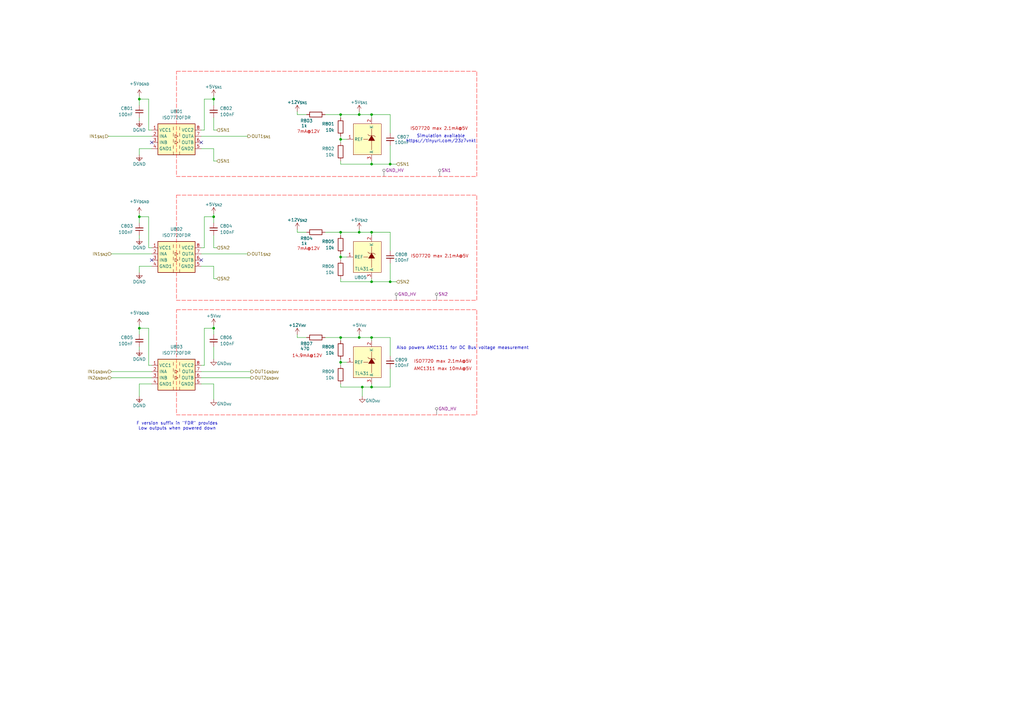
<source format=kicad_sch>
(kicad_sch (version 20250114) (generator "eeschema") (generator_version "9.0")
  (paper "A3")
  (lib_symbols
    (symbol "Device:C_Small" (pin_numbers (hide yes)) (pin_names (offset 0.254) (hide yes))
      (property "Reference" "C" (at 0.254 1.778 0))
      (property "Value" "C_Small" (at 0.254 -2.032 0))
      (symbol "C_Small_0_1"
        (polyline (pts (xy -1.524 0.508) (xy 1.524 0.508)) (stroke (width 0.3048)))
        (polyline (pts (xy -1.524 -0.508) (xy 1.524 -0.508)) (stroke (width 0.3302)))
      )
      (symbol "C_Small_1_1"
        (pin passive line (at 0 2.54 270) (length 2.032) (name "~") (number "1"))
        (pin passive line (at 0 -2.54 90) (length 2.032) (name "~") (number "2"))
      )
    )
    (symbol "Device:R" (pin_numbers (hide yes)) (pin_names (offset 0))
      (property "Reference" "R" (at 2.032 0 90))
      (property "Value" "R" (at 0 0 90))
      (symbol "R_0_1"
        (rectangle (start -1.016 -2.54) (end 1.016 2.54) (stroke (width 0.254)))
      )
      (symbol "R_1_1"
        (pin passive line (at 0 3.81 270) (length 1.27) (name "~") (number "1"))
        (pin passive line (at 0 -3.81 90) (length 1.27) (name "~") (number "2"))
      )
    )
    (symbol "GND_1" (power) (pin_numbers (hide yes)) (pin_names (offset 0) (hide yes))
      (property "Value" "GND" (at 0 -3.81 0))
      (symbol "GND_1_0_1"
        (polyline (pts (xy 0 0) (xy 0 -1.27) (xy 1.27 -1.27) (xy 0 -2.54) (xy -1.27 -1.27) (xy 0 -1.27)))
      )
      (symbol "GND_1_1_1"
        (pin power_in line (at 0 0 270) (length 0) (name "~") (number "1"))
      )
    )
    (symbol "Isolator:ISO7720DWV"
      (property "Reference" "U" (at 0 10.795 0))
      (property "Value" "ISO7720DWV" (at 0 8.89 0))
      (symbol "ISO7720DWV_0_1"
        (rectangle (start -7.62 7.62) (end 7.62 -5.08) (stroke (width 0.254)) (fill (type background)))
        (polyline (pts (xy -1.27 6.35) (xy -1.27 5.08)))
        (polyline (pts (xy -1.27 3.81) (xy -1.27 2.54)))
        (polyline (pts (xy -1.27 1.27) (xy -1.27 0)))
        (polyline (pts (xy -1.27 -1.27) (xy -1.27 -2.54)))
        (polyline (pts (xy -1.27 -3.81) (xy -1.27 -5.08)))
        (polyline (pts (xy -0.635 3.175) (xy -0.635 1.905) (xy 0.635 2.54) (xy -0.635 3.175)))
        (polyline (pts (xy -0.635 0.635) (xy -0.635 -0.635) (xy 0.635 0) (xy -0.635 0.635)))
        (polyline (pts (xy 1.27 6.35) (xy 1.27 5.08)))
        (polyline (pts (xy 1.27 3.81) (xy 1.27 2.54)))
        (polyline (pts (xy 1.27 1.27) (xy 1.27 0)))
        (polyline (pts (xy 1.27 -1.27) (xy 1.27 -2.54)))
        (polyline (pts (xy 1.27 -3.81) (xy 1.27 -5.08)))
      )
      (symbol "ISO7720DWV_1_1"
        (pin power_in line (at -10.16 5.08 0) (length 2.54) (name "VCC1") (number "1"))
        (pin input line (at -10.16 2.54 0) (length 2.54) (name "INA") (number "2"))
        (pin input line (at -10.16 0 0) (length 2.54) (name "INB") (number "3"))
        (pin power_in line (at -10.16 -2.54 0) (length 2.54) (name "GND1") (number "4"))
        (pin power_in line (at 10.16 5.08 180) (length 2.54) (name "VCC2") (number "8"))
        (pin output line (at 10.16 2.54 180) (length 2.54) (name "OUTA") (number "7"))
        (pin output line (at 10.16 0 180) (length 2.54) (name "OUTB") (number "6"))
        (pin power_in line (at 10.16 -2.54 180) (length 2.54) (name "GND2") (number "5"))
      )
    )
    (symbol "Symbols:+12V_PGND" (power) (in_bom no) (on_board no)
      (property "Value" "+12V_PGND" (at -0.127 3.81 0))
      (symbol "+12V_PGND_0_1"
        (polyline (pts (xy -0.762 1.27) (xy 0 2.54)))
        (polyline (pts (xy 0 2.54) (xy 0.762 1.27)))
        (polyline (pts (xy 0 0) (xy 0 2.54)))
      )
      (symbol "+12V_PGND_1_1"
        (pin power_in line (at 0 0 90) (length 0) (hide yes) (name "+12V_PGND") (number "1"))
      )
    )
    (symbol "Symbols:DGND" (power) (pin_names (offset 0))
      (property "Value" "DGND" (at 0 -3.81 0))
      (symbol "DGND_0_0"
        (text "D" (at 0 -1.778 0) (effects (font (size 0.63 0.63))))
      )
      (symbol "DGND_0_1"
        (polyline (pts (xy 0 0) (xy 0 -1.27) (xy 1.27 -1.27) (xy 0 -2.54) (xy -1.27 -1.27) (xy 0 -1.27)))
      )
      (symbol "DGND_1_1"
        (pin power_in line (at 0 0 270) (length 0) (hide yes) (name "DGND") (number "1"))
      )
    )
    (symbol "Symbols:TL431"
      (property "Reference" "U" (at -5.334 -10.16 0))
      (property "Value" "TL431" (at -4.572 -4.826 0))
      (symbol "TL431_0_1"
        (polyline (pts (xy -1.524 0) (xy -3.302 0)))
        (polyline (pts (xy -1.016 1.524) (xy -1.524 2.032)))
        (polyline (pts (xy -1.016 1.524) (xy 1.016 1.524) (xy 1.524 1.016)))
        (polyline (pts (xy 0 4.318) (xy 0 -4.318)))
        (polyline (pts (xy 1.27 -0.508) (xy -1.27 -0.508) (xy 0 1.524) (xy 1.27 -0.508)) (fill (type outline)))
        (rectangle (start 3.937 6.223) (end 3.937 6.223))
      )
      (symbol "TL431_1_1"
        (rectangle (start -7.493 6.35) (end 3.937 -6.35) (fill (type background)))
        (pin passive line (at -10.16 0 0) (length 2.54) (name "REF") (number "1"))
        (pin passive line (at 0 8.89 270) (length 2.54) (name "K") (number "2"))
        (pin passive line (at 0 -8.89 90) (length 2.54) (name "A") (number "3"))
      )
    )
    (symbol "power:+12V" (power) (pin_numbers (hide yes)) (pin_names (offset 0) (hide yes))
      (property "Value" "+12V" (at 0 3.556 0))
      (symbol "+12V_0_1"
        (polyline (pts (xy -0.762 1.27) (xy 0 2.54)))
        (polyline (pts (xy 0 2.54) (xy 0.762 1.27)))
        (polyline (pts (xy 0 0) (xy 0 2.54)))
      )
      (symbol "+12V_1_1"
        (pin power_in line (at 0 0 90) (length 0) (name "~") (number "1"))
      )
    )
  )
  (text "ISO7720 max 2.1mA@5V" (at 180.086 52.832 0) (effects (font (size 1.27 1.27))))
  (text "ISO7720 max 2.1mA@5V" (at 181.61 148.336 0) (effects (font (size 1.27 1.27))))
  (text "Also powers AMC1311 for DC Bus voltage measurement" (at 189.738 142.748 0) (effects (font (size 1.27 1.27))))
  (text "Simulation available\nhttps://tinyurl.com/23z7vnkt" (at 180.848 56.896 0) (effects (font (size 1.27 1.27))))
  (text "AMC1311 max 10mA@5V" (at 181.61 151.384 0) (effects (font (size 1.27 1.27))))
  (text "7mA@12V" (at 126.492 102.108 0) (effects (font (size 1.27 1.27))))
  (text "14.9mA@12V" (at 125.984 146.05 0) (effects (font (size 1.27 1.27))))
  (text "7mA@12V" (at 126.492 54.102 0) (effects (font (size 1.27 1.27))))
  (text "F version suffix in \"FDR\" provides\nLow outputs when powered down" (at 72.644 174.752 0) (effects (font (size 1.27 1.27))))
  (text "ISO7720 max 2.1mA@5V" (at 180.34 105.156 0) (effects (font (size 1.27 1.27))))
  (junction (at 139.7 148.59))
  (junction (at 87.63 134.62))
  (junction (at 152.4 67.31))
  (junction (at 139.7 105.41))
  (junction (at 139.7 46.99))
  (junction (at 57.15 134.62))
  (junction (at 152.4 138.43))
  (junction (at 148.59 158.75))
  (junction (at 147.32 95.25))
  (junction (at 160.02 115.57))
  (junction (at 139.7 138.43))
  (junction (at 152.4 158.75))
  (junction (at 57.15 40.64))
  (junction (at 152.4 95.25))
  (junction (at 139.7 95.25))
  (junction (at 152.4 115.57))
  (junction (at 147.32 138.43))
  (junction (at 160.02 67.31))
  (junction (at 87.63 40.64))
  (junction (at 57.15 88.9))
  (junction (at 87.63 88.9))
  (junction (at 147.32 46.99))
  (junction (at 152.4 46.99))
  (junction (at 139.7 57.15))
  (no_connect (at 62.23 58.42))
  (no_connect (at 82.55 106.68))
  (no_connect (at 82.55 58.42))
  (no_connect (at 62.23 106.68))
  (wire (pts (xy 60.96 88.9) (xy 57.15 88.9)))
  (wire (pts (xy 60.96 134.62) (xy 57.15 134.62)))
  (wire (pts (xy 57.15 109.22) (xy 57.15 111.76)))
  (wire (pts (xy 82.55 157.48) (xy 87.63 157.48)))
  (wire (pts (xy 121.92 45.72) (xy 121.92 46.99)))
  (wire (pts (xy 60.96 101.6) (xy 60.96 88.9)))
  (wire (pts (xy 57.15 157.48) (xy 57.15 162.56)))
  (wire (pts (xy 62.23 157.48) (xy 57.15 157.48)))
  (wire (pts (xy 57.15 88.9) (xy 57.15 91.44)))
  (wire (pts (xy 57.15 134.62) (xy 57.15 137.16)))
  (wire (pts (xy 57.15 87.63) (xy 57.15 88.9)))
  (wire (pts (xy 57.15 60.96) (xy 57.15 63.5)))
  (wire (pts (xy 57.15 49.53) (xy 57.15 48.26)))
  (wire (pts (xy 83.82 88.9) (xy 87.63 88.9)))
  (wire (pts (xy 139.7 158.75) (xy 148.59 158.75)))
  (wire (pts (xy 121.92 93.98) (xy 121.92 95.25)))
  (wire (pts (xy 139.7 114.3) (xy 139.7 115.57)))
  (wire (pts (xy 125.73 46.99) (xy 121.92 46.99)))
  (wire (pts (xy 148.59 158.75) (xy 148.59 162.56)))
  (wire (pts (xy 139.7 147.32) (xy 139.7 148.59)))
  (wire (pts (xy 139.7 105.41) (xy 142.24 105.41)))
  (wire (pts (xy 87.63 60.96) (xy 87.63 66.04)))
  (wire (pts (xy 82.55 154.94) (xy 102.87 154.94)))
  (wire (pts (xy 139.7 138.43) (xy 147.32 138.43)))
  (wire (pts (xy 45.72 154.94) (xy 62.23 154.94)))
  (wire (pts (xy 152.4 158.75) (xy 160.02 158.75)))
  (wire (pts (xy 87.63 109.22) (xy 87.63 114.3)))
  (wire (pts (xy 152.4 115.57) (xy 160.02 115.57)))
  (wire (pts (xy 57.15 40.64) (xy 57.15 43.18)))
  (wire (pts (xy 57.15 143.51) (xy 57.15 142.24)))
  (wire (pts (xy 160.02 115.57) (xy 162.56 115.57)))
  (wire (pts (xy 139.7 66.04) (xy 139.7 67.31)))
  (wire (pts (xy 152.4 95.25) (xy 160.02 95.25)))
  (wire (pts (xy 83.82 53.34) (xy 82.55 53.34)))
  (wire (pts (xy 83.82 134.62) (xy 87.63 134.62)))
  (wire (pts (xy 57.15 133.35) (xy 57.15 134.62)))
  (wire (pts (xy 147.32 137.16) (xy 147.32 138.43)))
  (wire (pts (xy 121.92 137.16) (xy 121.92 138.43)))
  (wire (pts (xy 60.96 134.62) (xy 60.96 149.86)))
  (wire (pts (xy 62.23 60.96) (xy 57.15 60.96)))
  (wire (pts (xy 160.02 59.69) (xy 160.02 67.31)))
  (wire (pts (xy 88.9 53.34) (xy 87.63 53.34)))
  (wire (pts (xy 152.4 138.43) (xy 152.4 139.7)))
  (wire (pts (xy 152.4 46.99) (xy 160.02 46.99)))
  (wire (pts (xy 152.4 114.3) (xy 152.4 115.57)))
  (wire (pts (xy 88.9 66.04) (xy 87.63 66.04)))
  (wire (pts (xy 83.82 101.6) (xy 83.82 88.9)))
  (wire (pts (xy 88.9 114.3) (xy 87.63 114.3)))
  (wire (pts (xy 152.4 67.31) (xy 160.02 67.31)))
  (wire (pts (xy 133.35 95.25) (xy 139.7 95.25)))
  (wire (pts (xy 62.23 53.34) (xy 60.96 53.34)))
  (wire (pts (xy 160.02 54.61) (xy 160.02 46.99)))
  (wire (pts (xy 87.63 88.9) (xy 87.63 91.44)))
  (wire (pts (xy 152.4 46.99) (xy 152.4 48.26)))
  (wire (pts (xy 148.59 158.75) (xy 152.4 158.75)))
  (wire (pts (xy 87.63 101.6) (xy 87.63 96.52)))
  (wire (pts (xy 83.82 101.6) (xy 82.55 101.6)))
  (wire (pts (xy 82.55 109.22) (xy 87.63 109.22)))
  (wire (pts (xy 139.7 157.48) (xy 139.7 158.75)))
  (wire (pts (xy 87.63 134.62) (xy 87.63 137.16)))
  (wire (pts (xy 139.7 148.59) (xy 142.24 148.59)))
  (wire (pts (xy 147.32 138.43) (xy 152.4 138.43)))
  (wire (pts (xy 139.7 67.31) (xy 152.4 67.31)))
  (wire (pts (xy 152.4 138.43) (xy 160.02 138.43)))
  (wire (pts (xy 125.73 138.43) (xy 121.92 138.43)))
  (wire (pts (xy 82.55 104.14) (xy 101.6 104.14)))
  (wire (pts (xy 139.7 46.99) (xy 139.7 48.26)))
  (wire (pts (xy 160.02 146.05) (xy 160.02 138.43)))
  (wire (pts (xy 45.72 152.4) (xy 62.23 152.4)))
  (wire (pts (xy 139.7 115.57) (xy 152.4 115.57)))
  (wire (pts (xy 152.4 66.04) (xy 152.4 67.31)))
  (wire (pts (xy 160.02 151.13) (xy 160.02 158.75)))
  (wire (pts (xy 147.32 95.25) (xy 152.4 95.25)))
  (wire (pts (xy 160.02 115.57) (xy 160.02 107.95)))
  (wire (pts (xy 139.7 95.25) (xy 139.7 96.52)))
  (wire (pts (xy 87.63 53.34) (xy 87.63 48.26)))
  (wire (pts (xy 87.63 147.32) (xy 87.63 142.24)))
  (wire (pts (xy 152.4 157.48) (xy 152.4 158.75)))
  (wire (pts (xy 60.96 53.34) (xy 60.96 40.64)))
  (wire (pts (xy 88.9 101.6) (xy 87.63 101.6)))
  (wire (pts (xy 87.63 133.35) (xy 87.63 134.62)))
  (wire (pts (xy 83.82 40.64) (xy 87.63 40.64)))
  (wire (pts (xy 87.63 40.64) (xy 87.63 43.18)))
  (wire (pts (xy 139.7 57.15) (xy 139.7 58.42)))
  (wire (pts (xy 147.32 93.98) (xy 147.32 95.25)))
  (wire (pts (xy 125.73 95.25) (xy 121.92 95.25)))
  (wire (pts (xy 62.23 109.22) (xy 57.15 109.22)))
  (wire (pts (xy 160.02 67.31) (xy 162.56 67.31)))
  (wire (pts (xy 62.23 101.6) (xy 60.96 101.6)))
  (wire (pts (xy 60.96 149.86) (xy 62.23 149.86)))
  (wire (pts (xy 57.15 97.79) (xy 57.15 96.52)))
  (wire (pts (xy 139.7 104.14) (xy 139.7 105.41)))
  (wire (pts (xy 139.7 46.99) (xy 147.32 46.99)))
  (wire (pts (xy 139.7 105.41) (xy 139.7 106.68)))
  (wire (pts (xy 83.82 149.86) (xy 82.55 149.86)))
  (wire (pts (xy 83.82 53.34) (xy 83.82 40.64)))
  (wire (pts (xy 82.55 152.4) (xy 102.87 152.4)))
  (wire (pts (xy 45.72 104.14) (xy 62.23 104.14)))
  (wire (pts (xy 87.63 87.63) (xy 87.63 88.9)))
  (wire (pts (xy 139.7 55.88) (xy 139.7 57.15)))
  (wire (pts (xy 82.55 55.88) (xy 101.6 55.88)))
  (wire (pts (xy 139.7 138.43) (xy 139.7 139.7)))
  (wire (pts (xy 133.35 46.99) (xy 139.7 46.99)))
  (wire (pts (xy 87.63 39.37) (xy 87.63 40.64)))
  (wire (pts (xy 139.7 95.25) (xy 147.32 95.25)))
  (wire (pts (xy 82.55 60.96) (xy 87.63 60.96)))
  (wire (pts (xy 133.35 138.43) (xy 139.7 138.43)))
  (wire (pts (xy 60.96 40.64) (xy 57.15 40.64)))
  (wire (pts (xy 44.45 55.88) (xy 62.23 55.88)))
  (wire (pts (xy 87.63 157.48) (xy 87.63 163.83)))
  (wire (pts (xy 147.32 45.72) (xy 147.32 46.99)))
  (wire (pts (xy 152.4 95.25) (xy 152.4 96.52)))
  (wire (pts (xy 57.15 39.37) (xy 57.15 40.64)))
  (wire (pts (xy 139.7 148.59) (xy 139.7 149.86)))
  (wire (pts (xy 139.7 57.15) (xy 142.24 57.15)))
  (wire (pts (xy 160.02 102.87) (xy 160.02 95.25)))
  (wire (pts (xy 147.32 46.99) (xy 152.4 46.99)))
  (wire (pts (xy 83.82 149.86) (xy 83.82 134.62)))
  (hierarchical_label "OUT2_{GNDHV}" (shape output) (at 102.87 154.94 0))
  (hierarchical_label "OUT1_{SN2}" (shape output) (at 101.6 104.14 0))
  (hierarchical_label "SN1" (shape input) (at 88.9 53.34 0))
  (hierarchical_label "IN2_{GNDHV}" (shape input) (at 45.72 154.94 180))
  (hierarchical_label "SN2" (shape input) (at 88.9 114.3 0))
  (hierarchical_label "SN2" (shape input) (at 88.9 101.6 0))
  (hierarchical_label "IN1_{GNDHV}" (shape input) (at 45.72 152.4 180))
  (hierarchical_label "OUT1_{SN1}" (shape output) (at 101.6 55.88 0))
  (hierarchical_label "SN1" (shape input) (at 162.56 67.31 0))
  (hierarchical_label "SN1" (shape input) (at 88.9 66.04 0))
  (hierarchical_label "IN1_{SN2}" (shape input) (at 45.72 104.14 180))
  (hierarchical_label "OUT1_{GNDHV}" (shape output) (at 102.87 152.4 0))
  (hierarchical_label "IN1_{SN1}" (shape input) (at 44.45 55.88 180))
  (hierarchical_label "SN2" (shape input) (at 162.56 115.57 0))
  (rule_area (polyline (pts (xy 72.39 80.01) (xy 195.58 80.01) (xy 195.58 123.19) (xy 72.39 123.19)) (stroke (width 0) (type dash))))
  (rule_area (polyline (pts (xy 72.39 127) (xy 195.58 127) (xy 195.58 170.18) (xy 72.39 170.18)) (stroke (width 0) (type dash))))
  (rule_area (polyline (pts (xy 72.39 29.21) (xy 195.58 29.21) (xy 195.58 72.39) (xy 72.39 72.39)) (stroke (width 0) (type dash))))
  (netclass_flag "" (length 2.54) (shape round) (at 179.07 123.19 0) (property "Netclass" "SN2" (at 179.7685 120.65 0) (effects (justify left))))
  (netclass_flag "" (length 2.54) (shape round) (at 179.07 170.18 0) (property "Netclass" "GND_HV" (at 179.7685 167.64 0) (effects (justify left))))
  (netclass_flag "" (length 2.54) (shape round) (at 157.48 72.39 0) (property "Netclass" "GND_HV" (at 158.1785 69.85 0) (effects (justify left))))
  (netclass_flag "" (length 2.54) (shape round) (at 180.34 72.39 0) (property "Netclass" "SN1" (at 181.0385 69.85 0) (effects (justify left))))
  (netclass_flag "" (length 2.54) (shape round) (at 162.56 123.19 0) (property "Netclass" "GND_HV" (at 163.2585 120.65 0) (effects (justify left))))
  (symbol (lib_id "Device:R") (at 139.7 52.07 0) (mirror y) (unit 1)
    (property "Reference" "R801" (at 137.16 50.7999 0) (effects (justify left)))
    (property "Value" "10k" (at 137.16 53.3399 0) (effects (justify left)))
    (property "Footprint" "Capacitor_SMD:C_0805_2012Metric" (effects (hide yes)))
    (property "Description" "Resistor" (effects (hide yes)))
    (property "LCSC" "C17414" (effects (hide yes)))
  )
  (symbol (lib_id "Symbols:DGND") (at 57.15 111.76 0) (unit 1)
    (property "Reference" "#PWR0804" (effects (hide yes)))
    (property "Value" "DGND" (at 57.15 115.57 0))
  )
  (symbol (lib_id "power:+12V") (at 147.32 137.16 0) (unit 1)
    (property "Reference" "#PWR0820" (effects (hide yes)))
    (property "Value" "+5V_{HV}" (at 147.32 133.35 0))
    (property "Description" "Power symbol creates a global label with name \"+12V\"" (effects (hide yes)))
  )
  (symbol (lib_id "power:+12V") (at 147.32 45.72 0) (unit 1)
    (property "Reference" "#PWR0815" (effects (hide yes)))
    (property "Value" "+5V_{SN1}" (at 147.32 41.91 0))
    (property "Description" "Power symbol creates a global label with name \"+12V\"" (effects (hide yes)))
  )
  (symbol (lib_id "power:+12V") (at 87.63 87.63 0) (unit 1)
    (property "Reference" "#PWR0813" (effects (hide yes)))
    (property "Value" "+5V_{SN2}" (at 87.63 83.82 0))
    (property "Description" "Power symbol creates a global label with name \"+12V\"" (effects (hide yes)))
  )
  (symbol (lib_id "Symbols:+12V_PGND") (at 57.15 87.63 0) (unit 1) (in_bom no) (on_board no)
    (property "Reference" "#PWR0809" (effects (hide yes)))
    (property "Value" "+5V_{DGND}" (at 57.15 82.55 0))
  )
  (symbol (lib_id "Device:R") (at 139.7 143.51 0) (mirror y) (unit 1)
    (property "Reference" "R808" (at 137.16 142.2399 0) (effects (justify left)))
    (property "Value" "10k" (at 137.16 144.7799 0) (effects (justify left)))
    (property "Footprint" "Capacitor_SMD:C_0805_2012Metric" (effects (hide yes)))
    (property "Description" "Resistor" (effects (hide yes)))
    (property "LCSC" "C17414" (effects (hide yes)))
  )
  (symbol (lib_id "Device:C_Small") (at 87.63 45.72 0) (mirror x) (unit 1)
    (property "Reference" "C802" (at 90.17 44.45 0) (effects (justify left)))
    (property "Value" "100nF" (at 90.17 46.99 0) (effects (justify left)))
    (property "Footprint" "Capacitor_SMD:C_1206_3216Metric" (effects (hide yes)))
    (property "Datasheet" "${KIPRJMOD}\\datasheet\\KEM_C1002_X7R_SMD-3316098.pdf" (effects (hide yes)))
    (property "LCSC" "C24497" (effects (hide yes)))
  )
  (symbol (lib_id "Isolator:ISO7720DWV") (at 72.39 58.42 0) (unit 1)
    (property "Reference" "U801" (at 72.39 45.72 0))
    (property "Value" "ISO7720FDR" (at 72.39 48.26 0))
    (property "Footprint" "Package_SO:SOIC-8_3.9x4.9mm_P1.27mm" (effects (hide yes)))
    (property "Datasheet" "./datasheets/iso7720.pdf" (effects (hide yes)))
    (property "Description" "Low Power Dual-Channel 2/0 Digital Isolator, 100Mbps 11ns, Fail-Safe High, SOIC-8 (300mil)" (effects (hide yes)))
    (property "LCSC" "C2878308" (effects (hide yes)))
  )
  (symbol (lib_id "Symbols:DGND") (at 57.15 49.53 0) (unit 1)
    (property "Reference" "#PWR0802" (effects (hide yes)))
    (property "Value" "DGND" (at 57.15 53.34 0))
  )
  (symbol (lib_id "power:+12V") (at 121.92 137.16 0) (unit 1)
    (property "Reference" "#PWR0819" (effects (hide yes)))
    (property "Value" "+12V_{HV}" (at 121.92 133.35 0))
    (property "Description" "Power symbol creates a global label with name \"+12V\"" (effects (hide yes)))
  )
  (symbol (lib_id "Device:R") (at 139.7 110.49 0) (mirror y) (unit 1)
    (property "Reference" "R806" (at 137.16 109.2199 0) (effects (justify left)))
    (property "Value" "10k" (at 137.16 111.7599 0) (effects (justify left)))
    (property "Footprint" "Capacitor_SMD:C_0805_2012Metric" (effects (hide yes)))
    (property "Description" "Resistor" (effects (hide yes)))
    (property "LCSC" "C17414" (effects (hide yes)))
  )
  (symbol (lib_id "Symbols:TL431") (at 152.4 57.15 0) (unit 1)
    (property "Reference" "U804" (effects (hide yes)))
    (property "Value" "TL431" (effects (hide yes)))
    (property "Footprint" "Package_TO_SOT_SMD:SOT-23" (effects (hide yes)))
    (property "Datasheet" "./datasheets/tl431.pdf" (effects (hide yes)))
    (property "Description" "Shunt Regulator, SOT-23" (effects (hide yes)))
    (property "LCSC" "C181103" (effects (hide yes)))
  )
  (symbol (lib_id "Device:R") (at 129.54 95.25 90) (mirror x) (unit 1)
    (property "Reference" "R804" (at 128.2699 97.79 90) (effects (justify left)))
    (property "Value" "1k" (at 125.984 99.822 90) (effects (justify left)))
    (property "Footprint" "Capacitor_SMD:C_0805_2012Metric" (effects (hide yes)))
    (property "Description" "Resistor" (effects (hide yes)))
    (property "LCSC" "C17513" (effects (hide yes)))
  )
  (symbol (lib_name "GND_1") (lib_id "power:GND") (at 87.63 147.32 0) (mirror y) (unit 1)
    (property "Reference" "#PWR0808" (effects (hide yes)))
    (property "Value" "GND_{HV}" (at 91.948 149.098 0))
    (property "Description" "Power symbol creates a global label with name \"GND\" , ground" (effects (hide yes)))
  )
  (symbol (lib_id "Symbols:TL431") (at 152.4 105.41 0) (unit 1)
    (property "Reference" "U805" (at 145.288 113.792 0) (effects (justify left)))
    (property "Value" "TL431" (at 145.542 110.236 0) (effects (justify left)))
    (property "Footprint" "Package_TO_SOT_SMD:SOT-23" (effects (hide yes)))
    (property "Datasheet" "./datasheets/tl431.pdf" (effects (hide yes)))
    (property "Description" "Shunt Regulator, SOT-23" (effects (hide yes)))
    (property "LCSC" "C181103" (effects (hide yes)))
  )
  (symbol (lib_id "Device:C_Small") (at 57.15 93.98 180) (unit 1)
    (property "Reference" "C803" (at 54.61 92.71 0) (effects (justify left)))
    (property "Value" "100nF" (at 54.61 95.25 0) (effects (justify left)))
    (property "Footprint" "Capacitor_SMD:C_1206_3216Metric" (effects (hide yes)))
    (property "Datasheet" "${KIPRJMOD}\\datasheet\\KEM_C1002_X7R_SMD-3316098.pdf" (effects (hide yes)))
    (property "LCSC" "C24497" (effects (hide yes)))
  )
  (symbol (lib_id "Device:R") (at 139.7 153.67 0) (mirror y) (unit 1)
    (property "Reference" "R809" (at 137.16 152.3999 0) (effects (justify left)))
    (property "Value" "10k" (at 137.16 154.9399 0) (effects (justify left)))
    (property "Footprint" "Capacitor_SMD:C_0805_2012Metric" (effects (hide yes)))
    (property "Description" "Resistor" (effects (hide yes)))
    (property "LCSC" "C17414" (effects (hide yes)))
  )
  (symbol (lib_id "power:+12V") (at 121.92 93.98 0) (unit 1)
    (property "Reference" "#PWR0817" (effects (hide yes)))
    (property "Value" "+12V_{SN2}" (at 121.92 90.17 0))
    (property "Description" "Power symbol creates a global label with name \"+12V\"" (effects (hide yes)))
  )
  (symbol (lib_id "Symbols:DGND") (at 57.15 63.5 0) (unit 1)
    (property "Reference" "#PWR0801" (effects (hide yes)))
    (property "Value" "DGND" (at 57.15 67.31 0))
  )
  (symbol (lib_id "Symbols:+12V_PGND") (at 57.15 133.35 0) (unit 1) (in_bom no) (on_board no)
    (property "Reference" "#PWR0810" (effects (hide yes)))
    (property "Value" "+5V_{DGND}" (at 57.15 128.27 0))
  )
  (symbol (lib_id "Device:C_Small") (at 160.02 105.41 0) (mirror y) (unit 1)
    (property "Reference" "C808" (at 167.132 104.394 0) (effects (justify left)))
    (property "Value" "100nF" (at 167.894 106.68 0) (effects (justify left)))
    (property "Footprint" "Capacitor_SMD:C_0805_2012Metric" (effects (hide yes)))
    (property "Datasheet" "${KIPRJMOD}\\datasheet\\KEM_C1002_X7R_SMD-3316098.pdf" (effects (hide yes)))
    (property "LCSC" "C49678" (effects (hide yes)))
  )
  (symbol (lib_id "Device:C_Small") (at 57.15 139.7 180) (unit 1)
    (property "Reference" "C805" (at 54.61 138.43 0) (effects (justify left)))
    (property "Value" "100nF" (at 54.61 140.97 0) (effects (justify left)))
    (property "Footprint" "Capacitor_SMD:C_1206_3216Metric" (effects (hide yes)))
    (property "Datasheet" "${KIPRJMOD}\\datasheet\\KEM_C1002_X7R_SMD-3316098.pdf" (effects (hide yes)))
    (property "LCSC" "C24497" (effects (hide yes)))
  )
  (symbol (lib_id "Device:C_Small") (at 57.15 45.72 180) (unit 1)
    (property "Reference" "C801" (at 54.61 44.45 0) (effects (justify left)))
    (property "Value" "100nF" (at 54.61 46.99 0) (effects (justify left)))
    (property "Footprint" "Capacitor_SMD:C_1206_3216Metric" (effects (hide yes)))
    (property "Datasheet" "${KIPRJMOD}\\datasheet\\KEM_C1002_X7R_SMD-3316098.pdf" (effects (hide yes)))
    (property "LCSC" "C24497" (effects (hide yes)))
  )
  (symbol (lib_id "Device:R") (at 129.54 138.43 90) (mirror x) (unit 1)
    (property "Reference" "R807" (at 128.2699 140.97 90) (effects (justify left)))
    (property "Value" "470" (at 127 143.002 90) (effects (justify left)))
    (property "Footprint" "Capacitor_SMD:C_0805_2012Metric" (effects (hide yes)))
    (property "Description" "Resistor" (effects (hide yes)))
    (property "LCSC" "C17710" (effects (hide yes)))
  )
  (symbol (lib_id "Symbols:DGND") (at 57.15 143.51 0) (unit 1)
    (property "Reference" "#PWR0805" (effects (hide yes)))
    (property "Value" "DGND" (at 57.15 147.32 0))
  )
  (symbol (lib_id "Symbols:TL431") (at 152.4 148.59 0) (unit 1)
    (property "Reference" "U806" (effects (hide yes)))
    (property "Value" "TL431" (at 145.542 153.162 0) (effects (justify left)))
    (property "Footprint" "Package_TO_SOT_SMD:SOT-23" (effects (hide yes)))
    (property "Datasheet" "./datasheets/tl431.pdf" (effects (hide yes)))
    (property "Description" "Shunt Regulator, SOT-23" (effects (hide yes)))
    (property "LCSC" "C181103" (effects (hide yes)))
  )
  (symbol (lib_id "Device:C_Small") (at 160.02 57.15 0) (mirror y) (unit 1)
    (property "Reference" "C807" (at 167.894 56.134 0) (effects (justify left)))
    (property "Value" "100nF" (at 167.894 58.42 0) (effects (justify left)))
    (property "Footprint" "Capacitor_SMD:C_0805_2012Metric" (effects (hide yes)))
    (property "Datasheet" "${KIPRJMOD}\\datasheet\\KEM_C1002_X7R_SMD-3316098.pdf" (effects (hide yes)))
    (property "LCSC" "C49678" (effects (hide yes)))
  )
  (symbol (lib_id "Device:C_Small") (at 160.02 148.59 0) (mirror y) (unit 1)
    (property "Reference" "C809" (at 167.132 147.574 0) (effects (justify left)))
    (property "Value" "100nF" (at 167.894 149.86 0) (effects (justify left)))
    (property "Footprint" "Capacitor_SMD:C_0805_2012Metric" (effects (hide yes)))
    (property "Datasheet" "${KIPRJMOD}\\datasheet\\KEM_C1002_X7R_SMD-3316098.pdf" (effects (hide yes)))
    (property "LCSC" "C49678" (effects (hide yes)))
  )
  (symbol (lib_id "Isolator:ISO7720DWV") (at 72.39 154.94 0) (unit 1)
    (property "Reference" "U803" (at 72.39 142.24 0))
    (property "Value" "ISO7720FDR" (at 72.39 144.78 0))
    (property "Footprint" "Package_SO:SOIC-8_3.9x4.9mm_P1.27mm" (effects (hide yes)))
    (property "Datasheet" "./datasheets/iso7720.pdf" (effects (hide yes)))
    (property "Description" "Low Power Dual-Channel 2/0 Digital Isolator, 100Mbps 11ns, Fail-Safe High, SOIC-8 (300mil)" (effects (hide yes)))
    (property "LCSC" "C2878308" (effects (hide yes)))
  )
  (symbol (lib_id "Device:C_Small") (at 87.63 93.98 0) (mirror x) (unit 1)
    (property "Reference" "C804" (at 90.17 92.71 0) (effects (justify left)))
    (property "Value" "100nF" (at 90.17 95.25 0) (effects (justify left)))
    (property "Footprint" "Capacitor_SMD:C_0805_2012Metric" (effects (hide yes)))
    (property "Datasheet" "${KIPRJMOD}\\datasheet\\KEM_C1002_X7R_SMD-3316098.pdf" (effects (hide yes)))
    (property "LCSC" "C49678" (effects (hide yes)))
  )
  (symbol (lib_name "GND_1") (lib_id "power:GND") (at 148.59 162.56 0) (mirror y) (unit 1)
    (property "Reference" "#PWR0821" (effects (hide yes)))
    (property "Value" "GND_{HV}" (at 152.908 164.338 0))
    (property "Description" "Power symbol creates a global label with name \"GND\" , ground" (effects (hide yes)))
  )
  (symbol (lib_id "power:+12V") (at 87.63 39.37 0) (unit 1)
    (property "Reference" "#PWR0812" (effects (hide yes)))
    (property "Value" "+5V_{SN1}" (at 87.63 35.56 0))
    (property "Description" "Power symbol creates a global label with name \"+12V\"" (effects (hide yes)))
  )
  (symbol (lib_id "power:+12V") (at 147.32 93.98 0) (unit 1)
    (property "Reference" "#PWR0818" (effects (hide yes)))
    (property "Value" "+5V_{SN2}" (at 147.32 90.17 0))
    (property "Description" "Power symbol creates a global label with name \"+12V\"" (effects (hide yes)))
  )
  (symbol (lib_id "Isolator:ISO7720DWV") (at 72.39 106.68 0) (unit 1)
    (property "Reference" "U802" (at 72.39 93.98 0))
    (property "Value" "ISO7720FDR" (at 72.39 96.52 0))
    (property "Footprint" "Package_SO:SOIC-8_3.9x4.9mm_P1.27mm" (effects (hide yes)))
    (property "Datasheet" "./datasheets/iso7720.pdf" (effects (hide yes)))
    (property "Description" "Low Power Dual-Channel 2/0 Digital Isolator, 100Mbps 11ns, Fail-Safe High, SOIC-8 (300mil)" (effects (hide yes)))
    (property "LCSC" "C2878308" (effects (hide yes)))
  )
  (symbol (lib_id "power:+12V") (at 87.63 133.35 0) (unit 1)
    (property "Reference" "#PWR0814" (effects (hide yes)))
    (property "Value" "+5V_{HV}" (at 87.63 129.54 0))
    (property "Description" "Power symbol creates a global label with name \"+12V\"" (effects (hide yes)))
  )
  (symbol (lib_id "Symbols:DGND") (at 57.15 97.79 0) (unit 1)
    (property "Reference" "#PWR0803" (effects (hide yes)))
    (property "Value" "DGND" (at 57.15 101.6 0))
  )
  (symbol (lib_id "Device:R") (at 129.54 46.99 90) (mirror x) (unit 1)
    (property "Reference" "R803" (at 128.2699 49.53 90) (effects (justify left)))
    (property "Value" "1k" (at 125.984 51.562 90) (effects (justify left)))
    (property "Footprint" "Capacitor_SMD:C_0805_2012Metric" (effects (hide yes)))
    (property "Description" "Resistor" (effects (hide yes)))
    (property "LCSC" "C17513" (effects (hide yes)))
  )
  (symbol (lib_id "Symbols:DGND") (at 57.15 162.56 0) (unit 1)
    (property "Reference" "#PWR0806" (effects (hide yes)))
    (property "Value" "DGND" (at 57.15 166.37 0))
  )
  (symbol (lib_name "GND_1") (lib_id "power:GND") (at 87.63 163.83 0) (mirror y) (unit 1)
    (property "Reference" "#PWR0807" (effects (hide yes)))
    (property "Value" "GND_{HV}" (at 91.948 165.608 0))
    (property "Description" "Power symbol creates a global label with name \"GND\" , ground" (effects (hide yes)))
  )
  (symbol (lib_id "Symbols:+12V_PGND") (at 57.15 39.37 0) (unit 1) (in_bom no) (on_board no)
    (property "Reference" "#PWR0811" (effects (hide yes)))
    (property "Value" "+5V_{DGND}" (at 57.15 34.29 0))
  )
  (symbol (lib_id "Device:R") (at 139.7 62.23 0) (mirror y) (unit 1)
    (property "Reference" "R802" (at 137.16 60.9599 0) (effects (justify left)))
    (property "Value" "10k" (at 137.16 63.4999 0) (effects (justify left)))
    (property "Footprint" "Capacitor_SMD:C_0805_2012Metric" (effects (hide yes)))
    (property "Description" "Resistor" (effects (hide yes)))
    (property "LCSC" "C17414" (effects (hide yes)))
  )
  (symbol (lib_id "Device:C_Small") (at 87.63 139.7 0) (mirror x) (unit 1)
    (property "Reference" "C806" (at 90.17 138.43 0) (effects (justify left)))
    (property "Value" "100nF" (at 90.17 140.97 0) (effects (justify left)))
    (property "Footprint" "Capacitor_SMD:C_1206_3216Metric" (effects (hide yes)))
    (property "Datasheet" "${KIPRJMOD}\\datasheet\\KEM_C1002_X7R_SMD-3316098.pdf" (effects (hide yes)))
    (property "LCSC" "C24497" (effects (hide yes)))
  )
  (symbol (lib_id "Device:R") (at 139.7 100.33 0) (mirror y) (unit 1)
    (property "Reference" "R805" (at 137.16 99.0599 0) (effects (justify left)))
    (property "Value" "10k" (at 137.16 101.5999 0) (effects (justify left)))
    (property "Footprint" "Capacitor_SMD:C_0805_2012Metric" (effects (hide yes)))
    (property "Description" "Resistor" (effects (hide yes)))
    (property "LCSC" "C17414" (effects (hide yes)))
  )
  (symbol (lib_id "power:+12V") (at 121.92 45.72 0) (unit 1)
    (property "Reference" "#PWR0816" (effects (hide yes)))
    (property "Value" "+12V_{SN1}" (at 121.92 41.91 0))
    (property "Description" "Power symbol creates a global label with name \"+12V\"" (effects (hide yes)))
  )
)
</source>
